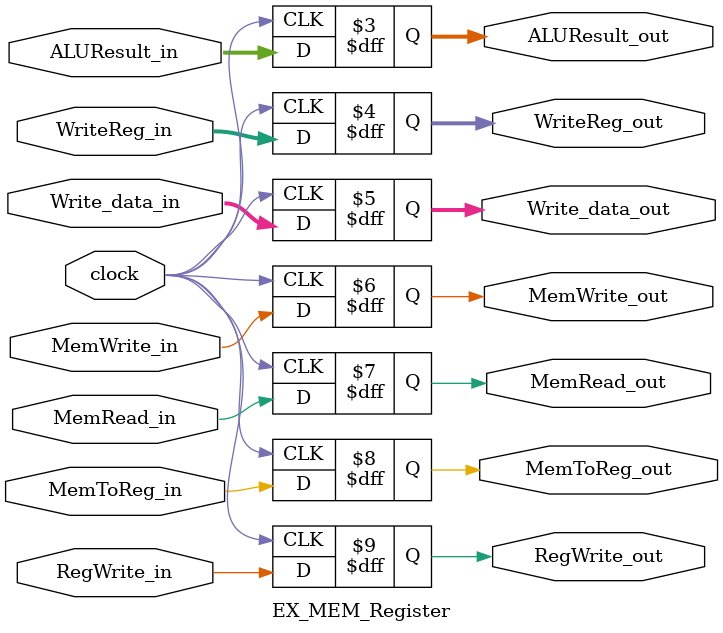
<source format=v>
`timescale 1ns / 1ps

module Execute (//Read_data1, Read_data2, Immediate, ID_EX_Control, rt, rd, ID_EX_Next_PC, AluResult, Zero, EX_MEM_Control, WriteReg, Write_data, EX_MEM_NEXT_PC);
    
    input [31:0] Read_data1,
    input [31:0] Read_data2,
    input [31:0] Immediate,
    input ALUSrc,
    input RegDst,
    input [1:0] ALUOp,
    input MemWrite_in,
    input MemRead_in,
    //input Branch_in,
    input MemToReg_in,
    input RegWrite_in,
    input [4:0] rt,
    input [4:0] rd,
    //input [31:0] ID_EX_Next_PC,
    ///////////////////////////////////////////////////
    input [31:0] MEM_data,
    input [31:0] WB_data,
    input [1:0] Forward_ALU1, 
    input [1:0] Forward_ALU2,
    ///////////////////////////////////////////////////
    output wire [31:0] ALUResult,
    //output wire Zero,
    output reg [4:0] WriteReg,
    output wire [31:0] Write_data,
    //output reg [31:0] EX_MEM_NEXT_PC,
    output wire MemWrite_out,
    output wire MemRead_out,
    //output wire Branch_out,
    output wire MemToReg_out,
    output wire RegWrite_out);
    
    assign MemWrite_out = MemWrite_in;
    assign MemRead_out = MemRead_in;
    //assign Branch_out = Branch_in;
    assign MemToReg_out = MemToReg_in;
    assign RegWrite_out = RegWrite_in;
    
    wire [31:0] ALU_data1, ALU_data2;
    wire [31:0] Mem_ALU_input2;
    wire [3:0] ALUControl;
    
    assign Write_data = Mem_ALU_input2;
    
    MUX_2_to_1_32 M2_1_32_1(
        .Input_0(Write_data), .Input_1(Immediate),
        .Control(ALUSrc), .Output(ALU_data2)
    );
    
    MUX_3_to_1_32 M3_1_32_1(
        .Input_0(Read_data1), .Input_1(WB_data), .Input_2(MEM_data), 
        .Control(Forward_ALU1), .Output(ALU_data1)
    );
    
    MUX_3_to_1_32 M3_1_32_2(
        .Input_0(Read_data2), .Input_1(WB_data), .Input_2(MEM_data), 
        .Control(Forward_ALU2), .Output(Write_data)    
    );
    
    AluControl AC(
        .FuncCode(Immediate[5:0]), .ALUOp(ALUOp), .ALUControl(ALUControl)
    );
    
    Alu ALU(
        .ALU_data1(ALU_data1), .ALU_data2(ALU_data2), .ALUControl(ALUControl), 
        .ALUResult(ALUResult));// .Zero(Zero));
    
    always @ (*) begin
        WriteReg =  RegDst ? rd : rt;
        //EX_MEM_NEXT_PC = ID_EX_Next_PC + 4 + 4*Immediate[15:0];
    end
endmodule

module MUX_2_to_1_32 (
    input [31:0] Input_0, Input_1,
    input Control,
    output reg [31:0] Output);
    
    always @(*) begin
        case (Control)
            1'b0: Output = Input_0;
            1'b1: Output = Input_1;
        endcase
    end 
endmodule

module MUX_3_to_1_32 (
    input [31:0] Input_0, Input_1, Input_2,
    input [1:0] Control,
    output reg [31:0] Output);
    
    always @(*) begin
        case (Control)
            2'b00: Output = Input_0;
            2'b01: Output = Input_1;
            2'b10: Output = Input_2;
        endcase
    end 
endmodule
    
module Alu (
    input [31:0] ALU_data1,
    input [31:0] ALU_data2,
    input [3:0] ALUControl,
    output reg [31:0] ALUResult
    //output reg Zero
    );
    
    initial begin
        ALUResult = 32'b0;
        //Zero = 0;
    end
    
    always @ (*) begin
        case (ALUControl) 
            4'b0000: ALUResult = ALU_data1 & ALU_data2;
            4'b0001: ALUResult = ALU_data1 | ALU_data2;
            4'b0010: ALUResult = ALU_data1 + ALU_data2;
            4'b0110: ALUResult = ALU_data1 - ALU_data2;
            4'b0111: ALUResult = (ALU_data1 < ALU_data2);
        endcase
        
//        if (ALUResult == 31'b0 && ALUControl == 4'b0110)
//            Zero = 1'b1;
//        else Zero = 1'b0;
    end
endmodule

module AluControl (//FuncCode, ALUOp, ALUControl);
    input [5:0] FuncCode,
    input [1:0] ALUOp,
    output reg [3:0] ALUControl);
    
    initial begin
        ALUControl = 4'b0;
    end
    
    always @ (*) begin
        if (ALUOp == 2'b00) ALUControl = 4'b0010;
        else if (ALUOp == 2'b01) ALUControl = 4'b0110;
        else if (ALUOp == 2'b10)
            case (FuncCode) 
                6'h20: ALUControl = 4'b0010;
                6'h22: ALUControl = 4'b0110;
                6'h24: ALUControl = 4'b0000;
                6'h25: ALUControl = 4'b0001;
                6'h2a: ALUControl = 4'b0111;
            endcase
		else if (ALUOp == 2'b11) ALUControl = 4'b0000;
    end
endmodule

module EX_MEM_Register (
    input clock,
    input [31:0] ALUResult_in,
    //input Zero_in,
    input [4:0] WriteReg_in,
    input [31:0] Write_data_in,
    //input [31:0] EX_MEM_NEXT_PC_in,
    input MemWrite_in,
    input MemRead_in,
    //input Branch_in,
    input MemToReg_in,
    input RegWrite_in,
    output reg [31:0] ALUResult_out,
    //output reg Zero_out,
    output reg [4:0] WriteReg_out,
    output reg [31:0] Write_data_out,
    //output reg [31:0] EX_MEM_NEXT_PC_out,
    output reg MemWrite_out,
    output reg MemRead_out,
    //output reg Branch_out,
    output reg MemToReg_out,
    output reg RegWrite_out);
    
    initial begin
        ALUResult_out = 32'b0;
        //Zero_out = 0;
        WriteReg_out = 5'b0;
        Write_data_out = 32'b0;
        //EX_MEM_NEXT_PC_out = 32'b0;
        MemWrite_out = 0;
        MemRead_out = 0;
        //Branch_out = 0;
        MemToReg_out = 0;
        RegWrite_out = 0;
    end
    
    always @(posedge clock) begin
        ALUResult_out = ALUResult_in;
        //Zero_out = Zero_in;
        WriteReg_out = WriteReg_in;
        Write_data_out = Write_data_in;
        //EX_MEM_NEXT_PC_out = EX_MEM_NEXT_PC_in;
        MemWrite_out = MemWrite_in;
        MemRead_out = MemRead_in;
        //Branch_out = Branch_in;
        MemToReg_out = MemToReg_in;
        RegWrite_out = RegWrite_in;        
    end
endmodule

</source>
